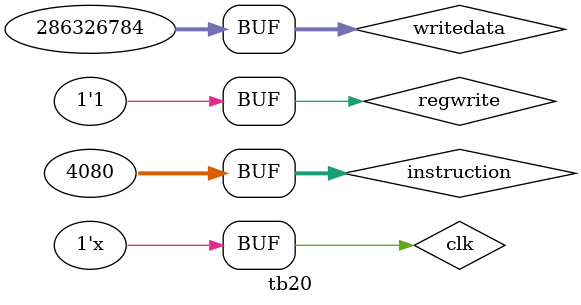
<source format=v>
module regFile (instruction,writedata,regwrite,clk,pc,readdata1,readdata2, signextend);
reg [127:0] IDEX;
reg[31:0]RF[0:31];
reg[4:0] writereg,rs,rt,rd;
reg[5:0] op;
//////////////////
input [31:0] instruction;
input [31:0] writedata;
input regwrite,clk;
output reg[31:0] pc;
output reg[31:0]readdata1;
output reg[31:0]readdata2;
output reg[31:0]signextend;

//////////////


assign readata1=RF[rs];
////////////
initial
begin
op=instruction[31:26];
rs=instruction[25:21];
rt=instruction[20:16];
rd=instruction[15:11];
  if (op==6'b000000)
  begin
  readdata2=RF[rt];/////rt
  writereg=rd;/////rd
  end
  else 
  begin
  readdata2=32'hxxxxxxxx;
  writereg=rt;////rt
  signextend={{16{instruction[15]}},instruction[15:0]};
  end
IDEX={pc,readdata1,readdata2,signextend};

end
////////
always @(posedge clk)
begin
 if(regwrite==1'b1)
 RF[writereg]<= writedata;
end 
endmodule 
//////////////////////////////////////////////////
module tb20();
reg [31:0] instruction;
reg [31:0] writedata;
reg regwrite,clk;
wire [31:0] pc;
wire [31:0]readdata1;
wire [31:0]readdata2;
wire [31:0]signextend;
////////////
regFile myrf(instruction,writedata,regwrite,clk,pc,readdata1,readdata2,signextend);

initial
begin
$monitor("%b,%b,%b,%b,%b,%b,%b",clk,instruction,writedata,regwrite,readdata1,readdata2,signextend);
instruction=32'b1111_1111_1111_1111;
clk=0;
regwrite=0;
writedata=32'b0000_0000_0000_00000;
#3
instruction=32'b0000_1111_1111_0000;
regwrite=1;
writedata=32'h11110000;
end
//////////
always
#5 clk=~clk;
///////////
endmodule


</source>
